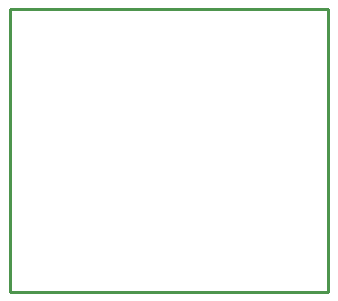
<source format=gbr>
G04 EAGLE Gerber X2 export*
%TF.Part,Single*%
%TF.FileFunction,Profile,NP*%
%TF.FilePolarity,Positive*%
%TF.GenerationSoftware,Autodesk,EAGLE,9.0.0*%
%TF.CreationDate,2018-06-19T20:47:43Z*%
G75*
%MOMM*%
%FSLAX34Y34*%
%LPD*%
%AMOC8*
5,1,8,0,0,1.08239X$1,22.5*%
G01*
%ADD10C,0.254000*%


D10*
X-59000Y-21000D02*
X211000Y-21000D01*
X211000Y219000D01*
X-59000Y219000D01*
X-59000Y-21000D01*
M02*

</source>
